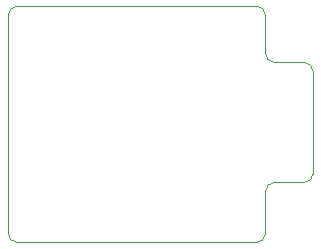
<source format=gm1>
%TF.GenerationSoftware,KiCad,Pcbnew,(6.0.0)*%
%TF.CreationDate,2022-03-27T15:49:17-04:00*%
%TF.ProjectId,TM_Warthog_Open_Analog_Slew,544d5f57-6172-4746-986f-675f4f70656e,rev?*%
%TF.SameCoordinates,Original*%
%TF.FileFunction,Profile,NP*%
%FSLAX46Y46*%
G04 Gerber Fmt 4.6, Leading zero omitted, Abs format (unit mm)*
G04 Created by KiCad (PCBNEW (6.0.0)) date 2022-03-27 15:49:17*
%MOMM*%
%LPD*%
G01*
G04 APERTURE LIST*
%TA.AperFunction,Profile*%
%ADD10C,0.100000*%
%TD*%
G04 APERTURE END LIST*
D10*
X136464602Y-96836597D02*
X156743564Y-96836310D01*
X160756600Y-111760423D02*
G75*
G03*
X161518600Y-111023400I-1J762424D01*
G01*
X156718000Y-116840423D02*
G75*
G03*
X157480000Y-116103400I-1J762424D01*
G01*
X160756600Y-111760423D02*
X158242000Y-111759577D01*
X157480587Y-97598310D02*
G75*
G03*
X156743564Y-96836310I-762424J-1D01*
G01*
X135702529Y-116077513D02*
G75*
G03*
X136439552Y-116839513I762424J1D01*
G01*
X157480587Y-97598310D02*
X157479577Y-100838000D01*
X161519023Y-102362000D02*
X161518600Y-111023400D01*
X156718000Y-116840423D02*
X136439552Y-116839513D01*
X158242000Y-111759577D02*
G75*
G03*
X157480000Y-112496600I1J-762424D01*
G01*
X161519023Y-102362000D02*
G75*
G03*
X160782000Y-101600000I-762424J-1D01*
G01*
X157479577Y-100838000D02*
G75*
G03*
X158216600Y-101600000I762424J1D01*
G01*
X158216600Y-101600000D02*
X160782000Y-101600000D01*
X157480000Y-112496600D02*
X157480000Y-116103400D01*
X136464602Y-96836597D02*
G75*
G03*
X135702602Y-97573620I1J-762424D01*
G01*
X135702529Y-116077513D02*
X135702602Y-97573620D01*
M02*

</source>
